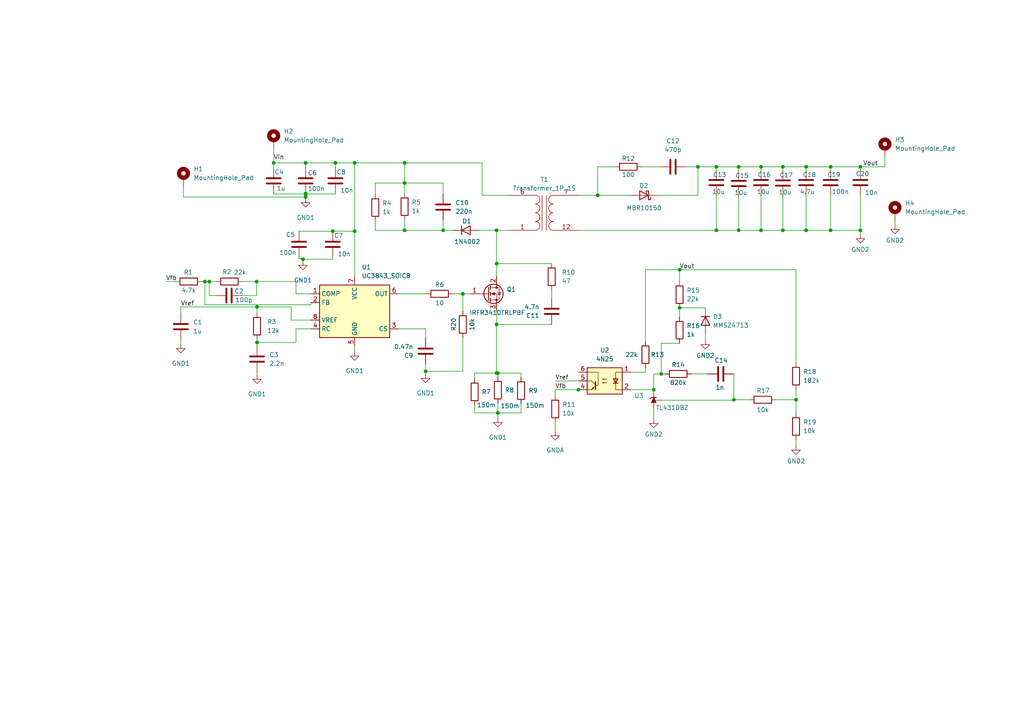
<source format=kicad_sch>
(kicad_sch (version 20211123) (generator eeschema)
  (paper "A4")
  (lib_symbols
    (symbol "Device:C" (pin_numbers hide) (pin_names (offset 0.254))
      (property "Reference" "C" (at 0.635 2.54 0))
      (property "Value" "C" (at 0.635 -2.54 0))
      (symbol "C_0_1"
        (polyline (pts (xy -2.032 -0.762) (xy 2.032 -0.762)) (stroke (width 0.508)))
        (polyline (pts (xy -2.032 0.762) (xy 2.032 0.762)) (stroke (width 0.508)))
      )
      (symbol "C_1_1"
        (pin passive line (at 0 3.81 270) (length 2.794) (name "~") (number "1"))
        (pin passive line (at 0 -3.81 90) (length 2.794) (name "~") (number "2"))
      )
    )
    (symbol "Device:R" (pin_numbers hide) (pin_names (offset 0))
      (property "Reference" "R" (at 2.032 0 90))
      (property "Value" "R" (at 0 0 90))
      (symbol "R_0_1"
        (rectangle (start -1.016 -2.54) (end 1.016 2.54) (stroke (width 0.254)))
      )
      (symbol "R_1_1"
        (pin passive line (at 0 3.81 270) (length 1.27) (name "~") (number "1"))
        (pin passive line (at 0 -3.81 90) (length 1.27) (name "~") (number "2"))
      )
    )
    (symbol "Device:Transformer_1P_1S" (pin_names (offset 1.016) hide)
      (property "Reference" "T1" (at 0.0127 9.652 0))
      (property "Value" "Transformer_1P_1S" (at 0.0127 7.112 0))
      (symbol "Transformer_1P_1S_0_1"
        (arc (start -2.54 -5.0546) (mid -1.6599 -4.6901) (end -1.27 -3.81))
        (arc (start -2.54 -2.5146) (mid -1.6599 -2.1501) (end -1.27 -1.27))
        (arc (start -2.54 0.0254) (mid -1.6599 0.3899) (end -1.27 1.27))
        (arc (start -2.54 2.5654) (mid -1.6599 2.9299) (end -1.27 3.81))
        (arc (start -1.27 -3.81) (mid -1.642 -2.912) (end -2.54 -2.54))
        (arc (start -1.27 -1.27) (mid -1.642 -0.372) (end -2.54 0))
        (arc (start -1.27 1.27) (mid -1.642 2.168) (end -2.54 2.54))
        (arc (start -1.27 3.81) (mid -1.642 4.708) (end -2.54 5.08))
        (polyline (pts (xy -0.635 5.08) (xy -0.635 -5.08)))
        (polyline (pts (xy 0.635 -5.08) (xy 0.635 5.08)))
        (arc (start 1.2954 -1.27) (mid 1.6599 -2.1501) (end 2.54 -2.5146))
        (arc (start 1.2954 1.27) (mid 1.6599 0.3899) (end 2.54 0.0254))
        (arc (start 1.2954 3.81) (mid 1.6599 2.9299) (end 2.54 2.5654))
        (arc (start 1.3208 -3.81) (mid 1.6853 -4.6901) (end 2.5654 -5.0546))
        (arc (start 2.54 0) (mid 1.642 -0.372) (end 1.2954 -1.27))
        (arc (start 2.54 2.54) (mid 1.642 2.168) (end 1.2954 1.27))
        (arc (start 2.54 5.08) (mid 1.642 4.708) (end 1.2954 3.81))
        (arc (start 2.5654 -2.54) (mid 1.6674 -2.912) (end 1.3208 -3.81))
      )
      (symbol "Transformer_1P_1S_1_1"
        (pin passive line (at -10.16 -5.08 0) (length 7.62) (name "AB") (number "1"))
        (pin passive line (at 10.16 -5.08 180) (length 7.62) (name "SA") (number "12"))
        (pin passive line (at -10.16 5.08 0) (length 7.62) (name "AA") (number "6"))
        (pin passive line (at 10.16 5.08 180) (length 7.62) (name "SB") (number "7"))
      )
    )
    (symbol "Diode:1N4002" (pin_numbers hide) (pin_names hide)
      (property "Reference" "D" (at 0 2.54 0))
      (property "Value" "1N4002" (at 0 -2.54 0))
      (symbol "1N4002_0_1"
        (polyline (pts (xy -1.27 1.27) (xy -1.27 -1.27)) (stroke (width 0.254)))
        (polyline (pts (xy 1.27 0) (xy -1.27 0)))
        (polyline (pts (xy 1.27 1.27) (xy 1.27 -1.27) (xy -1.27 0) (xy 1.27 1.27)) (stroke (width 0.254)))
      )
      (symbol "1N4002_1_1"
        (pin passive line (at -3.81 0 0) (length 2.54) (name "K") (number "1"))
        (pin passive line (at 3.81 0 180) (length 2.54) (name "A") (number "2"))
      )
    )
    (symbol "Diode:MBR735" (pin_numbers hide) (pin_names (offset 1.016) hide)
      (property "Reference" "D" (at 0 2.54 0))
      (property "Value" "MBR735" (at 0 -2.54 0))
      (symbol "MBR735_0_1"
        (polyline (pts (xy 1.27 0) (xy -1.27 0)))
        (polyline (pts (xy 1.27 1.27) (xy 1.27 -1.27) (xy -1.27 0) (xy 1.27 1.27)) (stroke (width 0.254)))
        (polyline (pts (xy -1.905 0.635) (xy -1.905 1.27) (xy -1.27 1.27) (xy -1.27 -1.27) (xy -0.635 -1.27) (xy -0.635 -0.635)) (stroke (width 0.254)))
      )
      (symbol "MBR735_1_1"
        (pin passive line (at -3.81 0 0) (length 2.54) (name "K") (number "1"))
        (pin passive line (at 3.81 0 180) (length 2.54) (name "A") (number "2"))
      )
    )
    (symbol "Diode:MMSD4148" (pin_numbers hide) (pin_names hide)
      (property "Reference" "D" (at 0 2.54 0))
      (property "Value" "MMSD4148" (at 0 -2.54 0))
      (symbol "MMSD4148_0_1"
        (polyline (pts (xy -1.27 1.27) (xy -1.27 -1.27)) (stroke (width 0.254)))
        (polyline (pts (xy 1.27 0) (xy -1.27 0)))
        (polyline (pts (xy 1.27 1.27) (xy 1.27 -1.27) (xy -1.27 0) (xy 1.27 1.27)) (stroke (width 0.254)))
      )
      (symbol "MMSD4148_1_1"
        (pin passive line (at -3.81 0 0) (length 2.54) (name "K") (number "1"))
        (pin passive line (at 3.81 0 180) (length 2.54) (name "A") (number "2"))
      )
    )
    (symbol "Isolator:4N25" (pin_names (offset 1.016))
      (property "Reference" "U" (at -5.08 5.08 0))
      (property "Value" "4N25" (at 0 5.08 0))
      (symbol "4N25_0_1"
        (rectangle (start -5.08 3.81) (end 5.08 -3.81) (stroke (width 0.254)) (fill (type background)))
        (polyline (pts (xy -3.81 -0.635) (xy -2.54 -0.635)) (stroke (width 0.254)))
        (polyline (pts (xy 2.667 -1.397) (xy 3.81 -2.54)))
        (polyline (pts (xy 2.667 -1.143) (xy 3.81 0)))
        (polyline (pts (xy 3.81 -2.54) (xy 5.08 -2.54)))
        (polyline (pts (xy 3.81 0) (xy 5.08 0)))
        (polyline (pts (xy 2.667 -0.254) (xy 2.667 -2.286) (xy 2.667 -2.286)) (stroke (width 0.3556)))
        (polyline (pts (xy -5.08 -2.54) (xy -3.175 -2.54) (xy -3.175 2.54) (xy -5.08 2.54)))
        (polyline (pts (xy -3.175 -0.635) (xy -3.81 0.635) (xy -2.54 0.635) (xy -3.175 -0.635)) (stroke (width 0.254)))
        (polyline (pts (xy 3.683 -2.413) (xy 3.429 -1.905) (xy 3.175 -2.159) (xy 3.683 -2.413)))
        (polyline (pts (xy 5.08 2.54) (xy 1.905 2.54) (xy 1.905 -1.27) (xy 2.54 -1.27)))
        (polyline (pts (xy -0.635 -0.508) (xy 0.635 -0.508) (xy 0.254 -0.635) (xy 0.254 -0.381) (xy 0.635 -0.508)))
        (polyline (pts (xy -0.635 0.508) (xy 0.635 0.508) (xy 0.254 0.381) (xy 0.254 0.635) (xy 0.635 0.508)))
      )
      (symbol "4N25_1_1"
        (pin passive line (at -7.62 2.54 0) (length 2.54) (name "~") (number "1"))
        (pin passive line (at -7.62 -2.54 0) (length 2.54) (name "~") (number "2"))
        (pin no_connect line (at -5.08 0 0) (length 2.54) hide (name "NC") (number "3"))
        (pin passive line (at 7.62 -2.54 180) (length 2.54) (name "~") (number "4"))
        (pin passive line (at 7.62 0 180) (length 2.54) (name "~") (number "5"))
        (pin passive line (at 7.62 2.54 180) (length 2.54) (name "~") (number "6"))
      )
    )
    (symbol "Mechanical:MountingHole_Pad" (pin_numbers hide) (pin_names (offset 1.016) hide)
      (property "Reference" "H" (at 0 6.35 0))
      (property "Value" "MountingHole_Pad" (at 0 4.445 0))
      (symbol "MountingHole_Pad_0_1"
        (circle (center 0 1.27) (radius 1.27) (stroke (width 1.27)))
      )
      (symbol "MountingHole_Pad_1_1"
        (pin input line (at 0 -2.54 90) (length 2.54) (name "1") (number "1"))
      )
    )
    (symbol "Reference_Voltage:TL431DBZ" (pin_numbers hide) (pin_names hide)
      (property "Reference" "U" (at -2.54 2.54 0))
      (property "Value" "TL431DBZ" (at 0 -2.54 0))
      (symbol "TL431DBZ_0_1"
        (polyline (pts (xy -1.27 0) (xy 0 0) (xy 1.27 0)))
        (polyline (pts (xy -0.762 0.762) (xy 0.762 0) (xy -0.762 -0.762)) (fill (type outline)))
        (polyline (pts (xy 0.508 -1.016) (xy 0.762 -0.762) (xy 0.762 0.762) (xy 0.762 0.762)) (stroke (width 0.254)))
      )
      (symbol "TL431DBZ_1_1"
        (pin passive line (at 2.54 0 180) (length 2.54) (name "K") (number "1"))
        (pin passive line (at 0 2.54 270) (length 2.54) (name "REF") (number "2"))
        (pin passive line (at -2.54 0 0) (length 2.54) (name "A") (number "3"))
      )
    )
    (symbol "Regulator_Controller:UC3843_SOIC8"
      (property "Reference" "U" (at 3.81 11.43 0))
      (property "Value" "UC3843_SOIC8" (at 3.81 8.89 0))
      (symbol "UC3843_SOIC8_0_1"
        (rectangle (start -10.16 -7.62) (end 10.16 7.62) (stroke (width 0.254)) (fill (type background)))
      )
      (symbol "UC3843_SOIC8_1_1"
        (pin passive line (at -12.7 5.08 0) (length 2.54) (name "COMP") (number "1"))
        (pin input line (at -12.7 2.54 0) (length 2.54) (name "FB") (number "2"))
        (pin input line (at 12.7 -5.08 180) (length 2.54) (name "CS") (number "3"))
        (pin passive line (at -12.7 -5.08 0) (length 2.54) (name "RC") (number "4"))
        (pin power_in line (at 0 -10.16 90) (length 2.54) (name "GND") (number "5"))
        (pin output line (at 12.7 5.08 180) (length 2.54) (name "OUT") (number "6"))
        (pin power_in line (at 0 10.16 270) (length 2.54) (name "VCC") (number "7"))
        (pin power_out line (at -12.7 -2.54 0) (length 2.54) (name "VREF") (number "8"))
      )
    )
    (symbol "Transistor_FET:QM6006D" (pin_names hide)
      (property "Reference" "Q" (at 5.08 1.905 0))
      (property "Value" "QM6006D" (at 5.08 0 0))
      (symbol "QM6006D_0_1"
        (polyline (pts (xy 0.254 0) (xy -2.54 0)))
        (polyline (pts (xy 0.254 1.905) (xy 0.254 -1.905)) (stroke (width 0.254)))
        (polyline (pts (xy 0.762 -1.27) (xy 0.762 -2.286)) (stroke (width 0.254)))
        (polyline (pts (xy 0.762 0.508) (xy 0.762 -0.508)) (stroke (width 0.254)))
        (polyline (pts (xy 0.762 2.286) (xy 0.762 1.27)) (stroke (width 0.254)))
        (polyline (pts (xy 2.54 2.54) (xy 2.54 1.778)))
        (polyline (pts (xy 2.54 -2.54) (xy 2.54 0) (xy 0.762 0)))
        (polyline (pts (xy 0.762 -1.778) (xy 3.302 -1.778) (xy 3.302 1.778) (xy 0.762 1.778)))
        (polyline (pts (xy 1.016 0) (xy 2.032 0.381) (xy 2.032 -0.381) (xy 1.016 0)) (fill (type outline)))
        (polyline (pts (xy 2.794 0.508) (xy 2.921 0.381) (xy 3.683 0.381) (xy 3.81 0.254)))
        (polyline (pts (xy 3.302 0.381) (xy 2.921 -0.254) (xy 3.683 -0.254) (xy 3.302 0.381)))
        (circle (center 1.651 0) (radius 2.794) (stroke (width 0.254)))
        (circle (center 2.54 -1.778) (radius 0.254) (fill (type outline)))
        (circle (center 2.54 1.778) (radius 0.254) (fill (type outline)))
      )
      (symbol "QM6006D_1_1"
        (pin input line (at -5.08 0 0) (length 2.54) (name "G") (number "1"))
        (pin passive line (at 2.54 5.08 270) (length 2.54) (name "D") (number "2"))
        (pin passive line (at 2.54 -5.08 90) (length 2.54) (name "S") (number "3"))
      )
    )
    (symbol "power:GND1" (power) (pin_names (offset 0))
      (property "Value" "GND1" (at 0 -3.81 0))
      (symbol "GND1_0_1"
        (polyline (pts (xy 0 0) (xy 0 -1.27) (xy 1.27 -1.27) (xy 0 -2.54) (xy -1.27 -1.27) (xy 0 -1.27)))
      )
      (symbol "GND1_1_1"
        (pin power_in line (at 0 0 270) (length 0) hide (name "GND1") (number "1"))
      )
    )
    (symbol "power:GND2" (power) (pin_names (offset 0))
      (property "Value" "GND2" (at 0 -3.81 0))
      (symbol "GND2_0_1"
        (polyline (pts (xy 0 0) (xy 0 -1.27) (xy 1.27 -1.27) (xy 0 -2.54) (xy -1.27 -1.27) (xy 0 -1.27)))
      )
      (symbol "GND2_1_1"
        (pin power_in line (at 0 0 270) (length 0) hide (name "GND2") (number "1"))
      )
    )
    (symbol "power:GNDA" (power) (pin_names (offset 0))
      (property "Value" "GNDA" (at 0 -3.81 0))
      (symbol "GNDA_0_1"
        (polyline (pts (xy 0 0) (xy 0 -1.27) (xy 1.27 -1.27) (xy 0 -2.54) (xy -1.27 -1.27) (xy 0 -1.27)))
      )
      (symbol "GNDA_1_1"
        (pin power_in line (at 0 0 270) (length 0) hide (name "GNDA") (number "1"))
      )
    )
  )
  (junction (at 96.52 67.056))
  (junction (at 249.555 66.802))
  (junction (at 79.375 47.244))
  (junction (at 144.018 108.204))
  (junction (at 214.249 66.802))
  (junction (at 88.646 57.15))
  (junction (at 197.104 78.232))
  (junction (at 167.767 113.03))
  (junction (at 227.076 48.387))
  (junction (at 102.87 47.244))
  (junction (at 117.348 66.802))
  (junction (at 207.772 48.387))
  (junction (at 144.018 76.454))
  (junction (at 117.348 47.244))
  (junction (at 233.807 66.802))
  (junction (at 214.249 48.387))
  (junction (at 233.807 48.387))
  (junction (at 220.726 66.802))
  (junction (at 117.348 53.086))
  (junction (at 144.399 119.761))
  (junction (at 60.706 81.661))
  (junction (at 74.549 89.027))
  (junction (at 88.646 56.134))
  (junction (at 220.726 48.387))
  (junction (at 189.611 113.03))
  (junction (at 249.555 48.387))
  (junction (at 88.646 47.244))
  (junction (at 240.919 66.802))
  (junction (at 128.524 66.802))
  (junction (at 74.549 99.314))
  (junction (at 123.444 107.696))
  (junction (at 97.282 47.244))
  (junction (at 134.239 85.217))
  (junction (at 74.422 81.661))
  (junction (at 144.399 108.204))
  (junction (at 173.355 56.642))
  (junction (at 144.018 66.802))
  (junction (at 191.77 108.458))
  (junction (at 212.852 115.951))
  (junction (at 230.886 115.951))
  (junction (at 202.438 48.387))
  (junction (at 87.884 75.184))
  (junction (at 227.076 66.802))
  (junction (at 102.87 67.056))
  (junction (at 59.436 81.661))
  (junction (at 197.104 89.281))
  (junction (at 240.919 48.387))
  (junction (at 88.646 56.261))
  (junction (at 207.772 66.802))
  (junction (at 144.018 94.107))
  (wire (pts (xy 123.444 107.696) (xy 123.444 108.458)))
  (wire (pts (xy 128.524 66.802) (xy 131.318 66.802)))
  (wire (pts (xy 96.52 74.676) (xy 96.52 75.184)))
  (wire (pts (xy 161.036 110.49) (xy 167.767 110.49)))
  (wire (pts (xy 144.018 76.454) (xy 144.018 80.137)))
  (wire (pts (xy 168.021 56.642) (xy 173.355 56.642)))
  (wire (pts (xy 144.018 94.107) (xy 144.018 108.204)))
  (wire (pts (xy 207.772 56.769) (xy 207.772 66.802)))
  (wire (pts (xy 53.213 57.15) (xy 88.646 57.15)))
  (wire (pts (xy 139.827 56.642) (xy 139.827 47.244)))
  (wire (pts (xy 90.17 85.217) (xy 85.852 85.217)))
  (wire (pts (xy 88.646 56.261) (xy 97.282 56.261)))
  (wire (pts (xy 256.667 45.593) (xy 256.667 48.387)))
  (wire (pts (xy 117.348 63.754) (xy 117.348 66.802)))
  (wire (pts (xy 90.17 88.392) (xy 90.17 87.757)))
  (wire (pts (xy 88.646 56.134) (xy 88.646 56.261)))
  (wire (pts (xy 207.772 66.802) (xy 214.249 66.802)))
  (wire (pts (xy 144.018 108.204) (xy 144.399 108.204)))
  (wire (pts (xy 79.375 47.244) (xy 88.646 47.244)))
  (wire (pts (xy 59.436 81.661) (xy 60.706 81.661)))
  (wire (pts (xy 74.549 89.027) (xy 74.549 90.805)))
  (wire (pts (xy 151.13 117.094) (xy 151.13 119.761)))
  (wire (pts (xy 79.375 48.641) (xy 79.375 47.244)))
  (wire (pts (xy 115.57 95.377) (xy 123.444 95.377)))
  (wire (pts (xy 84.455 89.027) (xy 84.455 92.837)))
  (wire (pts (xy 144.018 94.107) (xy 160.02 94.107)))
  (wire (pts (xy 227.076 66.802) (xy 233.807 66.802)))
  (wire (pts (xy 87.884 75.057) (xy 87.884 75.184)))
  (wire (pts (xy 88.646 48.641) (xy 88.646 47.244)))
  (wire (pts (xy 48.133 81.661) (xy 50.927 81.661)))
  (wire (pts (xy 84.455 89.027) (xy 74.549 89.027)))
  (wire (pts (xy 86.741 75.057) (xy 86.741 74.676)))
  (wire (pts (xy 167.894 113.03) (xy 167.767 113.03)))
  (wire (pts (xy 220.726 48.387) (xy 227.076 48.387)))
  (wire (pts (xy 144.399 119.761) (xy 137.668 119.761)))
  (wire (pts (xy 60.706 81.661) (xy 60.706 85.725)))
  (wire (pts (xy 144.018 76.454) (xy 160.02 76.454)))
  (wire (pts (xy 227.076 48.387) (xy 233.807 48.387)))
  (wire (pts (xy 52.451 89.027) (xy 52.451 90.932)))
  (wire (pts (xy 214.249 48.387) (xy 220.726 48.387)))
  (wire (pts (xy 202.438 48.387) (xy 202.438 56.642)))
  (wire (pts (xy 189.611 118.618) (xy 189.611 121.539)))
  (wire (pts (xy 197.104 91.948) (xy 197.104 89.281)))
  (wire (pts (xy 128.524 66.802) (xy 128.524 63.881)))
  (wire (pts (xy 97.282 47.244) (xy 97.282 48.641)))
  (wire (pts (xy 173.355 56.642) (xy 183.007 56.642)))
  (wire (pts (xy 131.318 85.217) (xy 134.239 85.217)))
  (wire (pts (xy 199.009 48.387) (xy 202.438 48.387)))
  (wire (pts (xy 227.076 56.896) (xy 227.076 66.802)))
  (wire (pts (xy 134.239 85.217) (xy 134.239 90.297)))
  (wire (pts (xy 160.02 84.074) (xy 160.02 86.487)))
  (wire (pts (xy 85.852 95.377) (xy 85.852 99.314)))
  (wire (pts (xy 161.036 122.428) (xy 161.036 125.095)))
  (wire (pts (xy 134.239 85.217) (xy 136.398 85.217)))
  (wire (pts (xy 86.741 75.057) (xy 87.884 75.057)))
  (wire (pts (xy 138.938 66.802) (xy 144.018 66.802)))
  (wire (pts (xy 108.839 64.008) (xy 108.839 66.802)))
  (wire (pts (xy 96.52 67.056) (xy 102.87 67.056)))
  (wire (pts (xy 189.611 113.03) (xy 189.611 113.538)))
  (wire (pts (xy 88.646 47.244) (xy 97.282 47.244)))
  (wire (pts (xy 134.239 97.917) (xy 134.239 107.696)))
  (wire (pts (xy 189.611 108.458) (xy 191.77 108.458)))
  (wire (pts (xy 123.444 98.044) (xy 123.444 95.377)))
  (wire (pts (xy 202.438 48.387) (xy 207.772 48.387)))
  (wire (pts (xy 240.919 66.802) (xy 249.555 66.802)))
  (wire (pts (xy 230.886 115.951) (xy 230.886 119.888)))
  (wire (pts (xy 117.348 53.086) (xy 128.524 53.086)))
  (wire (pts (xy 230.886 127.508) (xy 230.886 129.286)))
  (wire (pts (xy 187.198 107.95) (xy 187.198 106.68)))
  (wire (pts (xy 52.451 98.552) (xy 52.451 99.822)))
  (wire (pts (xy 70.358 81.661) (xy 74.422 81.661)))
  (wire (pts (xy 187.198 78.232) (xy 187.198 99.06)))
  (wire (pts (xy 74.422 81.661) (xy 85.852 81.661)))
  (wire (pts (xy 192.151 116.078) (xy 212.852 116.078)))
  (wire (pts (xy 102.87 47.244) (xy 102.87 67.056)))
  (wire (pts (xy 85.852 99.314) (xy 74.549 99.314)))
  (wire (pts (xy 115.57 85.217) (xy 123.698 85.217)))
  (wire (pts (xy 151.13 119.761) (xy 144.399 119.761)))
  (wire (pts (xy 102.87 47.244) (xy 117.348 47.244)))
  (wire (pts (xy 144.399 109.347) (xy 144.399 108.204)))
  (wire (pts (xy 134.239 107.696) (xy 123.444 107.696)))
  (wire (pts (xy 85.852 85.217) (xy 85.852 81.661)))
  (wire (pts (xy 204.597 96.901) (xy 204.597 98.679)))
  (wire (pts (xy 183.007 113.03) (xy 189.611 113.03)))
  (wire (pts (xy 227.076 49.276) (xy 227.076 48.387)))
  (wire (pts (xy 86.741 67.056) (xy 96.52 67.056)))
  (wire (pts (xy 240.919 48.387) (xy 249.555 48.387)))
  (wire (pts (xy 79.375 43.18) (xy 79.375 47.244)))
  (wire (pts (xy 191.77 99.568) (xy 191.77 108.458)))
  (wire (pts (xy 90.17 92.837) (xy 84.455 92.837)))
  (wire (pts (xy 214.249 66.802) (xy 220.726 66.802)))
  (wire (pts (xy 87.884 75.184) (xy 87.884 75.692)))
  (wire (pts (xy 225.044 115.951) (xy 230.886 115.951)))
  (wire (pts (xy 249.555 66.802) (xy 249.555 67.945)))
  (wire (pts (xy 207.772 48.387) (xy 214.249 48.387)))
  (wire (pts (xy 249.555 48.387) (xy 256.667 48.387)))
  (wire (pts (xy 144.399 119.761) (xy 144.399 121.285)))
  (wire (pts (xy 197.104 78.232) (xy 197.104 81.661)))
  (wire (pts (xy 53.213 54.102) (xy 53.213 57.15)))
  (wire (pts (xy 144.018 90.297) (xy 144.018 94.107)))
  (wire (pts (xy 128.524 56.261) (xy 128.524 53.086)))
  (wire (pts (xy 233.807 66.802) (xy 240.919 66.802)))
  (wire (pts (xy 220.726 66.802) (xy 227.076 66.802)))
  (wire (pts (xy 108.839 53.086) (xy 108.839 56.388)))
  (wire (pts (xy 197.104 99.568) (xy 191.77 99.568)))
  (wire (pts (xy 190.627 56.642) (xy 202.438 56.642)))
  (wire (pts (xy 230.886 115.951) (xy 230.886 112.903)))
  (wire (pts (xy 59.436 88.392) (xy 59.436 81.661)))
  (wire (pts (xy 187.198 78.232) (xy 197.104 78.232)))
  (wire (pts (xy 151.13 108.204) (xy 151.13 109.474)))
  (wire (pts (xy 117.348 47.244) (xy 139.827 47.244)))
  (wire (pts (xy 144.018 66.802) (xy 144.018 76.454)))
  (wire (pts (xy 212.852 108.458) (xy 212.852 115.951)))
  (wire (pts (xy 79.375 56.261) (xy 88.646 56.261)))
  (wire (pts (xy 108.839 66.802) (xy 117.348 66.802)))
  (wire (pts (xy 168.021 66.802) (xy 207.772 66.802)))
  (wire (pts (xy 52.451 89.027) (xy 74.549 89.027)))
  (wire (pts (xy 178.435 48.387) (xy 173.355 48.387)))
  (wire (pts (xy 74.422 85.725) (xy 74.422 81.661)))
  (wire (pts (xy 137.668 109.855) (xy 137.668 108.204)))
  (wire (pts (xy 102.87 47.244) (xy 97.282 47.244)))
  (wire (pts (xy 117.348 53.086) (xy 117.348 56.134)))
  (wire (pts (xy 214.249 57.023) (xy 214.249 66.802)))
  (wire (pts (xy 167.767 113.03) (xy 161.036 113.03)))
  (wire (pts (xy 117.348 47.244) (xy 117.348 53.086)))
  (wire (pts (xy 233.807 48.387) (xy 233.807 49.149)))
  (wire (pts (xy 259.588 64.008) (xy 259.588 65.278)))
  (wire (pts (xy 87.884 75.184) (xy 96.52 75.184)))
  (wire (pts (xy 123.444 105.664) (xy 123.444 107.696)))
  (wire (pts (xy 240.919 56.769) (xy 240.919 66.802)))
  (wire (pts (xy 90.17 88.392) (xy 59.436 88.392)))
  (wire (pts (xy 197.104 89.281) (xy 204.597 89.281)))
  (wire (pts (xy 212.852 115.951) (xy 212.852 116.078)))
  (wire (pts (xy 74.549 99.314) (xy 74.549 100.33)))
  (wire (pts (xy 70.231 85.725) (xy 74.422 85.725)))
  (wire (pts (xy 217.424 115.951) (xy 212.852 115.951)))
  (wire (pts (xy 200.533 108.458) (xy 205.232 108.458)))
  (wire (pts (xy 230.886 105.283) (xy 230.886 78.232)))
  (wire (pts (xy 240.919 48.387) (xy 240.919 49.149)))
  (wire (pts (xy 233.807 56.769) (xy 233.807 66.802)))
  (wire (pts (xy 214.249 48.387) (xy 214.249 49.403)))
  (wire (pts (xy 183.007 107.95) (xy 187.198 107.95)))
  (wire (pts (xy 88.646 56.261) (xy 88.646 57.15)))
  (wire (pts (xy 144.399 108.204) (xy 151.13 108.204)))
  (wire (pts (xy 74.549 107.95) (xy 74.549 108.712)))
  (wire (pts (xy 108.839 53.086) (xy 117.348 53.086)))
  (wire (pts (xy 249.555 66.802) (xy 249.555 56.769)))
  (wire (pts (xy 220.726 56.769) (xy 220.726 66.802)))
  (wire (pts (xy 161.036 113.03) (xy 161.036 114.808)))
  (wire (pts (xy 249.555 48.387) (xy 249.555 49.149)))
  (wire (pts (xy 102.87 80.137) (xy 102.87 67.056)))
  (wire (pts (xy 189.611 108.458) (xy 189.611 113.03)))
  (wire (pts (xy 62.611 85.725) (xy 60.706 85.725)))
  (wire (pts (xy 230.886 78.232) (xy 197.104 78.232)))
  (wire (pts (xy 137.668 108.204) (xy 144.018 108.204)))
  (wire (pts (xy 60.706 81.661) (xy 62.738 81.661)))
  (wire (pts (xy 137.668 119.761) (xy 137.668 117.475)))
  (wire (pts (xy 102.87 100.457) (xy 102.87 101.981)))
  (wire (pts (xy 220.726 49.149) (xy 220.726 48.387)))
  (wire (pts (xy 207.772 48.387) (xy 207.772 49.149)))
  (wire (pts (xy 147.701 56.642) (xy 139.827 56.642)))
  (wire (pts (xy 58.547 81.661) (xy 59.436 81.661)))
  (wire (pts (xy 74.549 98.425) (xy 74.549 99.314)))
  (wire (pts (xy 191.77 108.458) (xy 192.913 108.458)))
  (wire (pts (xy 144.399 116.967) (xy 144.399 119.761)))
  (wire (pts (xy 233.807 48.387) (xy 240.919 48.387)))
  (wire (pts (xy 173.355 48.387) (xy 173.355 56.642)))
  (wire (pts (xy 90.17 95.377) (xy 85.852 95.377)))
  (wire (pts (xy 117.348 66.802) (xy 128.524 66.802)))
  (wire (pts (xy 144.018 66.802) (xy 147.701 66.802)))
  (wire (pts (xy 186.055 48.387) (xy 191.389 48.387)))
  (wire (pts (xy 88.646 57.15) (xy 88.646 57.531)))
  (label "Vin" (at 79.375 46.609 0))
  (label "Vref" (at 161.036 110.49 0))
  (label "Vfb" (at 161.036 113.03 0))
  (label "Vout" (at 250.317 48.387 0))
  (label "Vref" (at 52.451 89.027 0))
  (label "Vout" (at 197.104 78.232 0))
  (label "Vfb" (at 48.133 81.661 0))
  (symbol (lib_id "power:GND1") (at 52.451 99.822 0) (unit 1)
    (property "Reference" "#PWR0104" (effects hide))
    (property "Value" "GND1" (at 52.451 105.41 0))
  )
  (symbol (lib_id "power:GND1") (at 123.444 108.458 0) (unit 1)
    (property "Reference" "#PWR0106" (effects hide))
    (property "Value" "GND1" (at 123.444 114.046 0))
  )
  (symbol (lib_id "Device:R") (at 196.723 108.458 90) (unit 1)
    (property "Reference" "R14" (at 196.723 105.791 90))
    (property "Value" "820k" (at 196.723 110.998 90))
    (property "Footprint" "Resistor_SMD:R_0805_2012Metric" (effects hide))
  )
  (symbol (lib_id "Device:R") (at 127.508 85.217 90) (unit 1)
    (property "Reference" "R6" (at 127.508 82.55 90))
    (property "Value" "10" (at 127.508 87.884 90))
    (property "Footprint" "Resistor_SMD:R_0805_2012Metric" (effects hide))
  )
  (symbol (lib_id "Device:R") (at 54.737 81.661 90) (unit 1)
    (property "Reference" "R1" (at 54.61 78.994 90))
    (property "Value" "4.7k" (at 54.737 84.201 90))
    (property "Footprint" "Resistor_SMD:R_0805_2012Metric" (effects hide))
  )
  (symbol (lib_id "Device:C") (at 195.199 48.387 90) (unit 1)
    (property "Reference" "C12" (at 195.199 40.894 90))
    (property "Value" "470p" (at 195.199 43.434 90))
    (property "Footprint" "Capacitor_SMD:C_1206_3216Metric" (effects hide))
  )
  (symbol (lib_id "Device:R") (at 134.239 94.107 180) (unit 1)
    (property "Reference" "R20" (at 131.572 94.107 90))
    (property "Value" "10k" (at 136.906 94.107 90))
    (property "Footprint" "Resistor_SMD:R_0805_2012Metric" (effects hide))
  )
  (symbol (lib_id "Device:R") (at 230.886 123.698 0) (unit 1)
    (property "Reference" "R19" (at 232.918 122.4279 0) (effects (justify left)))
    (property "Value" "10k" (at 232.918 124.9679 0) (effects (justify left)))
    (property "Footprint" "Resistor_SMD:R_0805_2012Metric" (effects hide))
  )
  (symbol (lib_id "Device:C") (at 88.646 52.451 180) (unit 1)
    (property "Reference" "C6" (at 91.948 50.165 0) (effects (justify left)))
    (property "Value" "100n" (at 94.234 54.737 0) (effects (justify left)))
    (property "Footprint" "Capacitor_SMD:C_0805_2012Metric" (effects hide))
  )
  (symbol (lib_id "power:GND2") (at 204.597 98.679 0) (unit 1)
    (property "Reference" "#PWR0111" (effects hide))
    (property "Value" "GND2" (at 204.597 103.124 0))
  )
  (symbol (lib_id "Transistor_FET:QM6006D") (at 141.478 85.217 0) (unit 1)
    (property "Reference" "Q1" (at 146.939 83.9469 0) (effects (justify left)))
    (property "Value" "IRFR3410TRLPBF" (at 136.144 90.678 0) (effects (justify left)))
    (property "Footprint" "Package_TO_SOT_SMD:TO-252-2" (effects hide))
    (property "Datasheet" "http://www.jaolen.com/images/pdf/QM6006D.pdf" (effects hide))
  )
  (symbol (lib_id "power:GND1") (at 88.646 57.531 0) (unit 1)
    (property "Reference" "#PWR0101" (effects hide))
    (property "Value" "GND1" (at 88.646 63.119 0))
  )
  (symbol (lib_id "Device:R") (at 117.348 59.944 0) (unit 1)
    (property "Reference" "R5" (at 119.38 58.6739 0) (effects (justify left)))
    (property "Value" "1k" (at 119.38 61.2139 0) (effects (justify left)))
    (property "Footprint" "Resistor_SMD:R_0805_2012Metric" (effects hide))
  )
  (symbol (lib_id "Device:R") (at 160.02 80.264 0) (unit 1)
    (property "Reference" "R10" (at 162.941 78.9939 0) (effects (justify left)))
    (property "Value" "47" (at 162.941 81.5339 0) (effects (justify left)))
    (property "Footprint" "Resistor_SMD:R_0805_2012Metric" (effects hide))
  )
  (symbol (lib_id "Device:C") (at 249.555 52.959 180) (unit 1)
    (property "Reference" "C20" (at 252.095 50.419 0) (effects (justify left)))
    (property "Value" "10n" (at 254.635 55.88 0) (effects (justify left)))
    (property "Footprint" "Capacitor_SMD:C_1206_3216Metric" (effects hide))
  )
  (symbol (lib_id "Device:C") (at 66.421 85.725 90) (unit 1)
    (property "Reference" "C2" (at 69.342 84.455 90))
    (property "Value" "100p" (at 70.739 86.995 90))
    (property "Footprint" "Capacitor_SMD:C_0805_2012Metric" (effects hide))
  )
  (symbol (lib_id "Device:R") (at 187.198 102.87 0) (unit 1)
    (property "Reference" "R13" (at 188.722 102.87 0) (effects (justify left)))
    (property "Value" "22k" (at 181.356 102.87 0) (effects (justify left)))
    (property "Footprint" "Resistor_SMD:R_0805_2012Metric" (effects hide))
  )
  (symbol (lib_id "Device:C") (at 207.772 52.959 180) (unit 1)
    (property "Reference" "C13" (at 210.693 50.673 0) (effects (justify left)))
    (property "Value" "10u" (at 210.312 55.626 0) (effects (justify left)))
    (property "Footprint" "Capacitor_SMD:C_2220_5650Metric" (effects hide))
  )
  (symbol (lib_id "Device:C") (at 209.042 108.458 90) (unit 1)
    (property "Reference" "C14" (at 209.169 104.521 90))
    (property "Value" "1n" (at 208.788 112.395 90))
    (property "Footprint" "Capacitor_SMD:C_0805_2012Metric" (effects hide))
  )
  (symbol (lib_id "power:GND2") (at 189.611 121.539 0) (unit 1)
    (property "Reference" "#PWR0109" (effects hide))
    (property "Value" "GND2" (at 189.611 125.984 0))
  )
  (symbol (lib_id "Mechanical:MountingHole_Pad") (at 53.213 51.562 0) (unit 1)
    (property "Reference" "H1" (at 56.134 49.0219 0) (effects (justify left)))
    (property "Value" "MountingHole_Pad" (at 56.134 51.5619 0) (effects (justify left)))
    (property "Footprint" "MountingHole:MountingHole_2.2mm_M2" (effects hide))
  )
  (symbol (lib_id "Device:R") (at 161.036 118.618 0) (unit 1)
    (property "Reference" "R11" (at 163.068 117.3479 0) (effects (justify left)))
    (property "Value" "10k" (at 163.068 119.8879 0) (effects (justify left)))
    (property "Footprint" "Resistor_SMD:R_0805_2012Metric" (effects hide))
  )
  (symbol (lib_id "power:GNDA") (at 161.036 125.095 0) (unit 1)
    (property "Reference" "#PWR08" (effects hide))
    (property "Value" "GNDA" (at 161.036 130.556 0))
  )
  (symbol (lib_id "power:GND2") (at 230.886 129.286 0) (unit 1)
    (property "Reference" "#PWR0110" (effects hide))
    (property "Value" "GND2" (at 230.886 133.731 0))
  )
  (symbol (lib_id "power:GND1") (at 102.87 101.981 0) (unit 1)
    (property "Reference" "#PWR0105" (effects hide))
    (property "Value" "GND1" (at 102.87 107.569 0))
  )
  (symbol (lib_id "Device:C") (at 123.444 101.854 180) (unit 1)
    (property "Reference" "C9" (at 119.888 103.1241 0) (effects (justify left)))
    (property "Value" "0.47n" (at 119.888 100.5841 0) (effects (justify left)))
    (property "Footprint" "Capacitor_SMD:C_0805_2012Metric" (effects hide))
  )
  (symbol (lib_id "Mechanical:MountingHole_Pad") (at 256.667 43.053 0) (unit 1)
    (property "Reference" "H3" (at 259.588 40.5129 0) (effects (justify left)))
    (property "Value" "MountingHole_Pad" (at 259.588 43.0529 0) (effects (justify left)))
    (property "Footprint" "MountingHole:MountingHole_2.2mm_M2" (effects hide))
  )
  (symbol (lib_id "Device:R") (at 74.549 94.615 0) (unit 1)
    (property "Reference" "R3" (at 77.47 93.3449 0) (effects (justify left)))
    (property "Value" "12k" (at 77.47 95.8849 0) (effects (justify left)))
    (property "Footprint" "Resistor_SMD:R_0805_2012Metric" (effects hide))
  )
  (symbol (lib_id "Device:C") (at 214.249 53.213 180) (unit 1)
    (property "Reference" "C15" (at 217.17 50.927 0) (effects (justify left)))
    (property "Value" "10u" (at 216.789 55.88 0) (effects (justify left)))
    (property "Footprint" "Capacitor_SMD:C_2220_5650Metric" (effects hide))
  )
  (symbol (lib_id "Device:C") (at 79.375 52.451 180) (unit 1)
    (property "Reference" "C4" (at 82.296 49.911 0) (effects (justify left)))
    (property "Value" "1u" (at 82.804 54.61 0) (effects (justify left)))
    (property "Footprint" "Capacitor_SMD:C_0805_2012Metric" (effects hide))
  )
  (symbol (lib_id "Mechanical:MountingHole_Pad") (at 259.588 61.468 0) (unit 1)
    (property "Reference" "H4" (at 262.509 58.9279 0) (effects (justify left)))
    (property "Value" "MountingHole_Pad" (at 262.509 61.4679 0) (effects (justify left)))
    (property "Footprint" "MountingHole:MountingHole_2.2mm_M2" (effects hide))
  )
  (symbol (lib_id "Device:C") (at 52.451 94.742 0) (unit 1)
    (property "Reference" "C1" (at 56.007 93.4719 0) (effects (justify left)))
    (property "Value" "1u" (at 56.007 96.0119 0) (effects (justify left)))
    (property "Footprint" "Capacitor_SMD:C_0805_2012Metric" (effects hide))
  )
  (symbol (lib_id "Device:C") (at 227.076 53.086 180) (unit 1)
    (property "Reference" "C17" (at 229.997 50.8 0) (effects (justify left)))
    (property "Value" "10u" (at 229.616 55.753 0) (effects (justify left)))
    (property "Footprint" "Capacitor_SMD:C_2220_5650Metric" (effects hide))
  )
  (symbol (lib_id "Device:C") (at 86.741 70.866 180) (unit 1)
    (property "Reference" "C5" (at 85.598 68.072 0) (effects (justify left)))
    (property "Value" "100n" (at 85.979 73.279 0) (effects (justify left)))
    (property "Footprint" "Capacitor_SMD:C_0805_2012Metric" (effects hide))
  )
  (symbol (lib_id "Device:R") (at 66.548 81.661 90) (unit 1)
    (property "Reference" "R2" (at 65.786 78.867 90))
    (property "Value" "22k" (at 69.596 78.994 90))
    (property "Footprint" "Resistor_SMD:R_0805_2012Metric" (effects hide))
  )
  (symbol (lib_id "power:GND2") (at 259.588 65.278 0) (unit 1)
    (property "Reference" "#PWR01" (effects hide))
    (property "Value" "GND2" (at 259.588 69.723 0))
  )
  (symbol (lib_id "Diode:1N4002") (at 135.128 66.802 0) (unit 1)
    (property "Reference" "D1" (at 135.382 64.135 0))
    (property "Value" "1N4002" (at 135.509 70.104 0))
    (property "Footprint" "Diode_THT:D_DO-41_SOD81_P10.16mm_Horizontal" (effects hide))
    (property "Datasheet" "http://www.vishay.com/docs/88503/1n4001.pdf" (effects hide))
  )
  (symbol (lib_id "Device:R") (at 197.104 95.758 0) (unit 1)
    (property "Reference" "R16" (at 199.136 94.4879 0) (effects (justify left)))
    (property "Value" "1k" (at 199.136 97.0279 0) (effects (justify left)))
    (property "Footprint" "Resistor_SMD:R_0805_2012Metric" (effects hide))
  )
  (symbol (lib_id "Isolator:4N25") (at 175.387 110.49 0) (mirror y) (unit 1)
    (property "Reference" "U2" (at 175.387 101.6 0))
    (property "Value" "4N25" (at 175.387 104.14 0))
    (property "Footprint" "Package_DIP:DIP-6_W7.62mm_SMDSocket_SmallPads" (effects hide))
    (property "Datasheet" "https://www.vishay.com/docs/83725/4n25.pdf" (effects hide))
  )
  (symbol (lib_id "Mechanical:MountingHole_Pad") (at 79.375 40.64 0) (unit 1)
    (property "Reference" "H2" (at 82.296 38.0999 0) (effects (justify left)))
    (property "Value" "MountingHole_Pad" (at 82.296 40.6399 0) (effects (justify left)))
    (property "Footprint" "MountingHole:MountingHole_2.2mm_M2" (effects hide))
  )
  (symbol (lib_id "Device:C") (at 128.524 60.071 0) (unit 1)
    (property "Reference" "C10" (at 132.08 58.8009 0) (effects (justify left)))
    (property "Value" "220n" (at 132.08 61.3409 0) (effects (justify left)))
    (property "Footprint" "Capacitor_SMD:C_0805_2012Metric" (effects hide))
  )
  (symbol (lib_id "power:GND1") (at 74.549 108.712 0) (unit 1)
    (property "Reference" "#PWR0103" (effects hide))
    (property "Value" "GND1" (at 74.549 114.3 0))
  )
  (symbol (lib_id "Device:R") (at 137.668 113.665 0) (unit 1)
    (property "Reference" "R7" (at 139.7 113.665 0) (effects (justify left)))
    (property "Value" "150m" (at 138.303 117.475 0) (effects (justify left)))
    (property "Footprint" "Resistor_SMD:R_2512_6332Metric" (effects hide))
  )
  (symbol (lib_id "Device:C") (at 96.52 70.866 180) (unit 1)
    (property "Reference" "C7" (at 99.568 68.326 0) (effects (justify left)))
    (property "Value" "10n" (at 101.727 73.66 0) (effects (justify left)))
    (property "Footprint" "Capacitor_SMD:C_1206_3216Metric" (effects hide))
  )
  (symbol (lib_id "Regulator_Controller:UC3843_SOIC8") (at 102.87 90.297 0) (unit 1)
    (property "Reference" "U1" (at 104.8894 77.47 0) (effects (justify left)))
    (property "Value" "UC3843_SOIC8" (at 104.8894 80.01 0) (effects (justify left)))
    (property "Footprint" "Package_SO:SOIC-8_3.9x4.9mm_P1.27mm" (effects hide))
    (property "Datasheet" "http://www.ti.com/lit/ds/symlink/uc3842.pdf" (effects hide))
  )
  (symbol (lib_id "Device:R") (at 230.886 109.093 0) (unit 1)
    (property "Reference" "R18" (at 232.918 107.8229 0) (effects (justify left)))
    (property "Value" "182k" (at 232.918 110.3629 0) (effects (justify left)))
    (property "Footprint" "Resistor_SMD:R_0805_2012Metric" (effects hide))
  )
  (symbol (lib_id "Device:C") (at 160.02 90.297 180) (unit 1)
    (property "Reference" "C11" (at 156.464 91.5671 0) (effects (justify left)))
    (property "Value" "4.7n" (at 156.464 89.0271 0) (effects (justify left)))
    (property "Footprint" "Capacitor_SMD:C_0805_2012Metric" (effects hide))
  )
  (symbol (lib_id "Device:Transformer_1P_1S") (at 157.861 61.722 0) (unit 1)
    (property "Reference" "T1" (at 157.8737 52.07 0))
    (property "Value" "Transformer_1P_1S" (at 157.8737 54.61 0))
    (property "Footprint" "Transformer_THT:Transformer_37x44" (effects hide))
  )
  (symbol (lib_id "Device:R") (at 108.839 60.198 0) (unit 1)
    (property "Reference" "R4" (at 110.871 58.9279 0) (effects (justify left)))
    (property "Value" "1k" (at 110.871 61.4679 0) (effects (justify left)))
    (property "Footprint" "Resistor_SMD:R_0805_2012Metric" (effects hide))
  )
  (symbol (lib_id "Device:C") (at 97.282 52.451 180) (unit 1)
    (property "Reference" "C8" (at 100.33 49.911 0) (effects (justify left)))
    (property "Value" "10n" (at 102.489 55.245 0) (effects (justify left)))
    (property "Footprint" "Capacitor_SMD:C_1206_3216Metric" (effects hide))
  )
  (symbol (lib_id "Reference_Voltage:TL431DBZ") (at 189.611 116.078 270) (mirror x) (unit 1)
    (property "Reference" "U3" (at 186.69 114.8079 90) (effects (justify right)))
    (property "Value" "TL431DBZ" (at 199.771 118.237 90) (effects (justify right)))
    (property "Footprint" "Package_TO_SOT_SMD:SOT-23" (effects hide))
    (property "Datasheet" "http://www.ti.com/lit/ds/symlink/tl431.pdf" (effects hide))
  )
  (symbol (lib_id "Device:R") (at 221.234 115.951 90) (unit 1)
    (property "Reference" "R17" (at 221.361 113.284 90))
    (property "Value" "10k" (at 221.234 118.872 90))
    (property "Footprint" "Resistor_SMD:R_0805_2012Metric" (effects hide))
  )
  (symbol (lib_id "Device:R") (at 144.399 113.157 0) (unit 1)
    (property "Reference" "R8" (at 146.431 113.157 0) (effects (justify left)))
    (property "Value" "150m" (at 145.161 117.729 0) (effects (justify left)))
    (property "Footprint" "Resistor_SMD:R_2512_6332Metric" (effects hide))
  )
  (symbol (lib_id "power:GND2") (at 249.555 67.945 0) (unit 1)
    (property "Reference" "#PWR0107" (effects hide))
    (property "Value" "GND2" (at 249.555 72.39 0))
  )
  (symbol (lib_id "power:GND1") (at 87.884 75.692 0) (unit 1)
    (property "Reference" "#PWR0102" (effects hide))
    (property "Value" "GND1" (at 87.884 81.28 0))
  )
  (symbol (lib_id "Device:R") (at 151.13 113.284 0) (unit 1)
    (property "Reference" "R9" (at 153.289 113.284 0) (effects (justify left)))
    (property "Value" "150m" (at 152.4 117.602 0) (effects (justify left)))
    (property "Footprint" "Resistor_SMD:R_2512_6332Metric" (effects hide))
  )
  (symbol (lib_id "Device:R") (at 182.245 48.387 90) (unit 1)
    (property "Reference" "R12" (at 182.245 45.974 90))
    (property "Value" "100" (at 182.245 50.673 90))
    (property "Footprint" "Resistor_SMD:R_0805_2012Metric" (effects hide))
  )
  (symbol (lib_id "Diode:MBR735") (at 186.817 56.642 180) (unit 1)
    (property "Reference" "D2" (at 186.69 53.848 0))
    (property "Value" "MBR10150" (at 186.817 60.325 0))
    (property "Footprint" "Package_TO_SOT_THT:TO-220-2_Vertical" (effects hide))
    (property "Datasheet" "http://www.onsemi.com/pub_link/Collateral/MBR735-D.PDF" (effects hide))
  )
  (symbol (lib_id "Device:C") (at 220.726 52.959 180) (unit 1)
    (property "Reference" "C16" (at 223.647 50.673 0) (effects (justify left)))
    (property "Value" "10u" (at 223.266 55.626 0) (effects (justify left)))
    (property "Footprint" "Capacitor_SMD:C_2220_5650Metric" (effects hide))
  )
  (symbol (lib_id "Device:C") (at 240.919 52.959 180) (unit 1)
    (property "Reference" "C19" (at 243.84 50.673 0) (effects (justify left)))
    (property "Value" "100n" (at 246.253 55.626 0) (effects (justify left)))
    (property "Footprint" "Capacitor_SMD:C_0805_2012Metric" (effects hide))
  )
  (symbol (lib_id "Diode:MMSD4148") (at 204.597 93.091 270) (unit 1)
    (property "Reference" "D3" (at 206.756 91.8209 90) (effects (justify left)))
    (property "Value" "MMSZ4713" (at 206.756 94.3609 90) (effects (justify left)))
    (property "Footprint" "Diode_SMD:D_SOD-123" (effects hide))
    (property "Datasheet" "https://www.onsemi.com/pub/Collateral/MMSD4148T1-D.PDF" (effects hide))
  )
  (symbol (lib_id "Device:R") (at 197.104 85.471 0) (unit 1)
    (property "Reference" "R15" (at 199.136 84.2009 0) (effects (justify left)))
    (property "Value" "22k" (at 199.136 86.7409 0) (effects (justify left)))
    (property "Footprint" "Resistor_SMD:R_0805_2012Metric" (effects hide))
  )
  (symbol (lib_id "Device:C") (at 233.807 52.959 180) (unit 1)
    (property "Reference" "C18" (at 236.728 50.673 0) (effects (justify left)))
    (property "Value" "4.7u" (at 236.347 55.626 0) (effects (justify left)))
    (property "Footprint" "Capacitor_SMD:C_2220_5650Metric" (effects hide))
  )
  (symbol (lib_id "Device:C") (at 74.549 104.14 0) (unit 1)
    (property "Reference" "C3" (at 78.105 102.8699 0) (effects (justify left)))
    (property "Value" "2.2n" (at 78.105 105.4099 0) (effects (justify left)))
    (property "Footprint" "Capacitor_SMD:C_0805_2012Metric" (effects hide))
  )
  (symbol (lib_id "power:GND1") (at 144.399 121.285 0) (unit 1)
    (property "Reference" "#PWR0108" (effects hide))
    (property "Value" "GND1" (at 144.399 126.873 0))
  )
)
</source>
